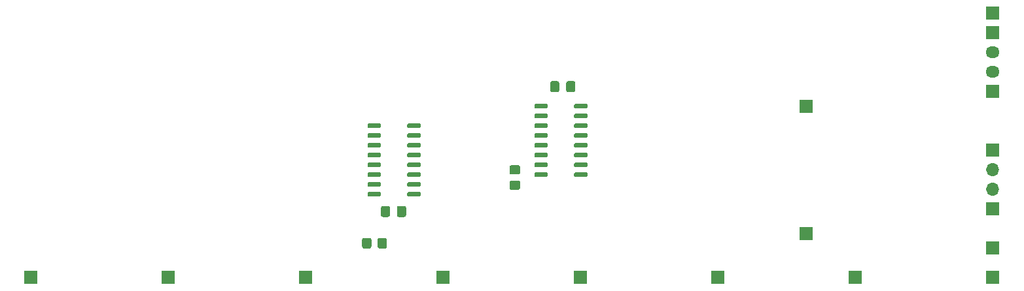
<source format=gbr>
%TF.GenerationSoftware,KiCad,Pcbnew,(5.1.8)-1*%
%TF.CreationDate,2025-07-04T22:22:32+03:00*%
%TF.ProjectId,MUX8x1-1bit,4d555838-7831-42d3-9162-69742e6b6963,rev?*%
%TF.SameCoordinates,Original*%
%TF.FileFunction,Soldermask,Top*%
%TF.FilePolarity,Negative*%
%FSLAX46Y46*%
G04 Gerber Fmt 4.6, Leading zero omitted, Abs format (unit mm)*
G04 Created by KiCad (PCBNEW (5.1.8)-1) date 2025-07-04 22:22:32*
%MOMM*%
%LPD*%
G01*
G04 APERTURE LIST*
%ADD10R,1.700000X1.700000*%
%ADD11O,1.800000X1.500000*%
%ADD12O,1.700000X1.700000*%
G04 APERTURE END LIST*
%TO.C,R2*%
G36*
G01*
X79940999Y-43310000D02*
X80841001Y-43310000D01*
G75*
G02*
X81091000Y-43559999I0J-249999D01*
G01*
X81091000Y-44260001D01*
G75*
G02*
X80841001Y-44510000I-249999J0D01*
G01*
X79940999Y-44510000D01*
G75*
G02*
X79691000Y-44260001I0J249999D01*
G01*
X79691000Y-43559999D01*
G75*
G02*
X79940999Y-43310000I249999J0D01*
G01*
G37*
G36*
G01*
X79940999Y-41310000D02*
X80841001Y-41310000D01*
G75*
G02*
X81091000Y-41559999I0J-249999D01*
G01*
X81091000Y-42260001D01*
G75*
G02*
X80841001Y-42510000I-249999J0D01*
G01*
X79940999Y-42510000D01*
G75*
G02*
X79691000Y-42260001I0J249999D01*
G01*
X79691000Y-41559999D01*
G75*
G02*
X79940999Y-41310000I249999J0D01*
G01*
G37*
%TD*%
%TO.C,R1*%
G36*
G01*
X62630000Y-51885001D02*
X62630000Y-50984999D01*
G75*
G02*
X62879999Y-50735000I249999J0D01*
G01*
X63580001Y-50735000D01*
G75*
G02*
X63830000Y-50984999I0J-249999D01*
G01*
X63830000Y-51885001D01*
G75*
G02*
X63580001Y-52135000I-249999J0D01*
G01*
X62879999Y-52135000D01*
G75*
G02*
X62630000Y-51885001I0J249999D01*
G01*
G37*
G36*
G01*
X60630000Y-51885001D02*
X60630000Y-50984999D01*
G75*
G02*
X60879999Y-50735000I249999J0D01*
G01*
X61580001Y-50735000D01*
G75*
G02*
X61830000Y-50984999I0J-249999D01*
G01*
X61830000Y-51885001D01*
G75*
G02*
X61580001Y-52135000I-249999J0D01*
G01*
X60879999Y-52135000D01*
G75*
G02*
X60630000Y-51885001I0J249999D01*
G01*
G37*
%TD*%
D10*
%TO.C,J16*%
X142240000Y-52070000D03*
%TD*%
%TO.C,J15*%
X142240000Y-21590000D03*
%TD*%
%TO.C,U2*%
G36*
G01*
X88060000Y-33805000D02*
X88060000Y-33505000D01*
G75*
G02*
X88210000Y-33355000I150000J0D01*
G01*
X89660000Y-33355000D01*
G75*
G02*
X89810000Y-33505000I0J-150000D01*
G01*
X89810000Y-33805000D01*
G75*
G02*
X89660000Y-33955000I-150000J0D01*
G01*
X88210000Y-33955000D01*
G75*
G02*
X88060000Y-33805000I0J150000D01*
G01*
G37*
G36*
G01*
X88060000Y-35075000D02*
X88060000Y-34775000D01*
G75*
G02*
X88210000Y-34625000I150000J0D01*
G01*
X89660000Y-34625000D01*
G75*
G02*
X89810000Y-34775000I0J-150000D01*
G01*
X89810000Y-35075000D01*
G75*
G02*
X89660000Y-35225000I-150000J0D01*
G01*
X88210000Y-35225000D01*
G75*
G02*
X88060000Y-35075000I0J150000D01*
G01*
G37*
G36*
G01*
X88060000Y-36345000D02*
X88060000Y-36045000D01*
G75*
G02*
X88210000Y-35895000I150000J0D01*
G01*
X89660000Y-35895000D01*
G75*
G02*
X89810000Y-36045000I0J-150000D01*
G01*
X89810000Y-36345000D01*
G75*
G02*
X89660000Y-36495000I-150000J0D01*
G01*
X88210000Y-36495000D01*
G75*
G02*
X88060000Y-36345000I0J150000D01*
G01*
G37*
G36*
G01*
X88060000Y-37615000D02*
X88060000Y-37315000D01*
G75*
G02*
X88210000Y-37165000I150000J0D01*
G01*
X89660000Y-37165000D01*
G75*
G02*
X89810000Y-37315000I0J-150000D01*
G01*
X89810000Y-37615000D01*
G75*
G02*
X89660000Y-37765000I-150000J0D01*
G01*
X88210000Y-37765000D01*
G75*
G02*
X88060000Y-37615000I0J150000D01*
G01*
G37*
G36*
G01*
X88060000Y-38885000D02*
X88060000Y-38585000D01*
G75*
G02*
X88210000Y-38435000I150000J0D01*
G01*
X89660000Y-38435000D01*
G75*
G02*
X89810000Y-38585000I0J-150000D01*
G01*
X89810000Y-38885000D01*
G75*
G02*
X89660000Y-39035000I-150000J0D01*
G01*
X88210000Y-39035000D01*
G75*
G02*
X88060000Y-38885000I0J150000D01*
G01*
G37*
G36*
G01*
X88060000Y-40155000D02*
X88060000Y-39855000D01*
G75*
G02*
X88210000Y-39705000I150000J0D01*
G01*
X89660000Y-39705000D01*
G75*
G02*
X89810000Y-39855000I0J-150000D01*
G01*
X89810000Y-40155000D01*
G75*
G02*
X89660000Y-40305000I-150000J0D01*
G01*
X88210000Y-40305000D01*
G75*
G02*
X88060000Y-40155000I0J150000D01*
G01*
G37*
G36*
G01*
X88060000Y-41425000D02*
X88060000Y-41125000D01*
G75*
G02*
X88210000Y-40975000I150000J0D01*
G01*
X89660000Y-40975000D01*
G75*
G02*
X89810000Y-41125000I0J-150000D01*
G01*
X89810000Y-41425000D01*
G75*
G02*
X89660000Y-41575000I-150000J0D01*
G01*
X88210000Y-41575000D01*
G75*
G02*
X88060000Y-41425000I0J150000D01*
G01*
G37*
G36*
G01*
X88060000Y-42695000D02*
X88060000Y-42395000D01*
G75*
G02*
X88210000Y-42245000I150000J0D01*
G01*
X89660000Y-42245000D01*
G75*
G02*
X89810000Y-42395000I0J-150000D01*
G01*
X89810000Y-42695000D01*
G75*
G02*
X89660000Y-42845000I-150000J0D01*
G01*
X88210000Y-42845000D01*
G75*
G02*
X88060000Y-42695000I0J150000D01*
G01*
G37*
G36*
G01*
X82910000Y-42695000D02*
X82910000Y-42395000D01*
G75*
G02*
X83060000Y-42245000I150000J0D01*
G01*
X84510000Y-42245000D01*
G75*
G02*
X84660000Y-42395000I0J-150000D01*
G01*
X84660000Y-42695000D01*
G75*
G02*
X84510000Y-42845000I-150000J0D01*
G01*
X83060000Y-42845000D01*
G75*
G02*
X82910000Y-42695000I0J150000D01*
G01*
G37*
G36*
G01*
X82910000Y-41425000D02*
X82910000Y-41125000D01*
G75*
G02*
X83060000Y-40975000I150000J0D01*
G01*
X84510000Y-40975000D01*
G75*
G02*
X84660000Y-41125000I0J-150000D01*
G01*
X84660000Y-41425000D01*
G75*
G02*
X84510000Y-41575000I-150000J0D01*
G01*
X83060000Y-41575000D01*
G75*
G02*
X82910000Y-41425000I0J150000D01*
G01*
G37*
G36*
G01*
X82910000Y-40155000D02*
X82910000Y-39855000D01*
G75*
G02*
X83060000Y-39705000I150000J0D01*
G01*
X84510000Y-39705000D01*
G75*
G02*
X84660000Y-39855000I0J-150000D01*
G01*
X84660000Y-40155000D01*
G75*
G02*
X84510000Y-40305000I-150000J0D01*
G01*
X83060000Y-40305000D01*
G75*
G02*
X82910000Y-40155000I0J150000D01*
G01*
G37*
G36*
G01*
X82910000Y-38885000D02*
X82910000Y-38585000D01*
G75*
G02*
X83060000Y-38435000I150000J0D01*
G01*
X84510000Y-38435000D01*
G75*
G02*
X84660000Y-38585000I0J-150000D01*
G01*
X84660000Y-38885000D01*
G75*
G02*
X84510000Y-39035000I-150000J0D01*
G01*
X83060000Y-39035000D01*
G75*
G02*
X82910000Y-38885000I0J150000D01*
G01*
G37*
G36*
G01*
X82910000Y-37615000D02*
X82910000Y-37315000D01*
G75*
G02*
X83060000Y-37165000I150000J0D01*
G01*
X84510000Y-37165000D01*
G75*
G02*
X84660000Y-37315000I0J-150000D01*
G01*
X84660000Y-37615000D01*
G75*
G02*
X84510000Y-37765000I-150000J0D01*
G01*
X83060000Y-37765000D01*
G75*
G02*
X82910000Y-37615000I0J150000D01*
G01*
G37*
G36*
G01*
X82910000Y-36345000D02*
X82910000Y-36045000D01*
G75*
G02*
X83060000Y-35895000I150000J0D01*
G01*
X84510000Y-35895000D01*
G75*
G02*
X84660000Y-36045000I0J-150000D01*
G01*
X84660000Y-36345000D01*
G75*
G02*
X84510000Y-36495000I-150000J0D01*
G01*
X83060000Y-36495000D01*
G75*
G02*
X82910000Y-36345000I0J150000D01*
G01*
G37*
G36*
G01*
X82910000Y-35075000D02*
X82910000Y-34775000D01*
G75*
G02*
X83060000Y-34625000I150000J0D01*
G01*
X84510000Y-34625000D01*
G75*
G02*
X84660000Y-34775000I0J-150000D01*
G01*
X84660000Y-35075000D01*
G75*
G02*
X84510000Y-35225000I-150000J0D01*
G01*
X83060000Y-35225000D01*
G75*
G02*
X82910000Y-35075000I0J150000D01*
G01*
G37*
G36*
G01*
X82910000Y-33805000D02*
X82910000Y-33505000D01*
G75*
G02*
X83060000Y-33355000I150000J0D01*
G01*
X84510000Y-33355000D01*
G75*
G02*
X84660000Y-33505000I0J-150000D01*
G01*
X84660000Y-33805000D01*
G75*
G02*
X84510000Y-33955000I-150000J0D01*
G01*
X83060000Y-33955000D01*
G75*
G02*
X82910000Y-33805000I0J150000D01*
G01*
G37*
%TD*%
%TO.C,U1*%
G36*
G01*
X66470000Y-36345000D02*
X66470000Y-36045000D01*
G75*
G02*
X66620000Y-35895000I150000J0D01*
G01*
X68070000Y-35895000D01*
G75*
G02*
X68220000Y-36045000I0J-150000D01*
G01*
X68220000Y-36345000D01*
G75*
G02*
X68070000Y-36495000I-150000J0D01*
G01*
X66620000Y-36495000D01*
G75*
G02*
X66470000Y-36345000I0J150000D01*
G01*
G37*
G36*
G01*
X66470000Y-37615000D02*
X66470000Y-37315000D01*
G75*
G02*
X66620000Y-37165000I150000J0D01*
G01*
X68070000Y-37165000D01*
G75*
G02*
X68220000Y-37315000I0J-150000D01*
G01*
X68220000Y-37615000D01*
G75*
G02*
X68070000Y-37765000I-150000J0D01*
G01*
X66620000Y-37765000D01*
G75*
G02*
X66470000Y-37615000I0J150000D01*
G01*
G37*
G36*
G01*
X66470000Y-38885000D02*
X66470000Y-38585000D01*
G75*
G02*
X66620000Y-38435000I150000J0D01*
G01*
X68070000Y-38435000D01*
G75*
G02*
X68220000Y-38585000I0J-150000D01*
G01*
X68220000Y-38885000D01*
G75*
G02*
X68070000Y-39035000I-150000J0D01*
G01*
X66620000Y-39035000D01*
G75*
G02*
X66470000Y-38885000I0J150000D01*
G01*
G37*
G36*
G01*
X66470000Y-40155000D02*
X66470000Y-39855000D01*
G75*
G02*
X66620000Y-39705000I150000J0D01*
G01*
X68070000Y-39705000D01*
G75*
G02*
X68220000Y-39855000I0J-150000D01*
G01*
X68220000Y-40155000D01*
G75*
G02*
X68070000Y-40305000I-150000J0D01*
G01*
X66620000Y-40305000D01*
G75*
G02*
X66470000Y-40155000I0J150000D01*
G01*
G37*
G36*
G01*
X66470000Y-41425000D02*
X66470000Y-41125000D01*
G75*
G02*
X66620000Y-40975000I150000J0D01*
G01*
X68070000Y-40975000D01*
G75*
G02*
X68220000Y-41125000I0J-150000D01*
G01*
X68220000Y-41425000D01*
G75*
G02*
X68070000Y-41575000I-150000J0D01*
G01*
X66620000Y-41575000D01*
G75*
G02*
X66470000Y-41425000I0J150000D01*
G01*
G37*
G36*
G01*
X66470000Y-42695000D02*
X66470000Y-42395000D01*
G75*
G02*
X66620000Y-42245000I150000J0D01*
G01*
X68070000Y-42245000D01*
G75*
G02*
X68220000Y-42395000I0J-150000D01*
G01*
X68220000Y-42695000D01*
G75*
G02*
X68070000Y-42845000I-150000J0D01*
G01*
X66620000Y-42845000D01*
G75*
G02*
X66470000Y-42695000I0J150000D01*
G01*
G37*
G36*
G01*
X66470000Y-43965000D02*
X66470000Y-43665000D01*
G75*
G02*
X66620000Y-43515000I150000J0D01*
G01*
X68070000Y-43515000D01*
G75*
G02*
X68220000Y-43665000I0J-150000D01*
G01*
X68220000Y-43965000D01*
G75*
G02*
X68070000Y-44115000I-150000J0D01*
G01*
X66620000Y-44115000D01*
G75*
G02*
X66470000Y-43965000I0J150000D01*
G01*
G37*
G36*
G01*
X66470000Y-45235000D02*
X66470000Y-44935000D01*
G75*
G02*
X66620000Y-44785000I150000J0D01*
G01*
X68070000Y-44785000D01*
G75*
G02*
X68220000Y-44935000I0J-150000D01*
G01*
X68220000Y-45235000D01*
G75*
G02*
X68070000Y-45385000I-150000J0D01*
G01*
X66620000Y-45385000D01*
G75*
G02*
X66470000Y-45235000I0J150000D01*
G01*
G37*
G36*
G01*
X61320000Y-45235000D02*
X61320000Y-44935000D01*
G75*
G02*
X61470000Y-44785000I150000J0D01*
G01*
X62920000Y-44785000D01*
G75*
G02*
X63070000Y-44935000I0J-150000D01*
G01*
X63070000Y-45235000D01*
G75*
G02*
X62920000Y-45385000I-150000J0D01*
G01*
X61470000Y-45385000D01*
G75*
G02*
X61320000Y-45235000I0J150000D01*
G01*
G37*
G36*
G01*
X61320000Y-43965000D02*
X61320000Y-43665000D01*
G75*
G02*
X61470000Y-43515000I150000J0D01*
G01*
X62920000Y-43515000D01*
G75*
G02*
X63070000Y-43665000I0J-150000D01*
G01*
X63070000Y-43965000D01*
G75*
G02*
X62920000Y-44115000I-150000J0D01*
G01*
X61470000Y-44115000D01*
G75*
G02*
X61320000Y-43965000I0J150000D01*
G01*
G37*
G36*
G01*
X61320000Y-42695000D02*
X61320000Y-42395000D01*
G75*
G02*
X61470000Y-42245000I150000J0D01*
G01*
X62920000Y-42245000D01*
G75*
G02*
X63070000Y-42395000I0J-150000D01*
G01*
X63070000Y-42695000D01*
G75*
G02*
X62920000Y-42845000I-150000J0D01*
G01*
X61470000Y-42845000D01*
G75*
G02*
X61320000Y-42695000I0J150000D01*
G01*
G37*
G36*
G01*
X61320000Y-41425000D02*
X61320000Y-41125000D01*
G75*
G02*
X61470000Y-40975000I150000J0D01*
G01*
X62920000Y-40975000D01*
G75*
G02*
X63070000Y-41125000I0J-150000D01*
G01*
X63070000Y-41425000D01*
G75*
G02*
X62920000Y-41575000I-150000J0D01*
G01*
X61470000Y-41575000D01*
G75*
G02*
X61320000Y-41425000I0J150000D01*
G01*
G37*
G36*
G01*
X61320000Y-40155000D02*
X61320000Y-39855000D01*
G75*
G02*
X61470000Y-39705000I150000J0D01*
G01*
X62920000Y-39705000D01*
G75*
G02*
X63070000Y-39855000I0J-150000D01*
G01*
X63070000Y-40155000D01*
G75*
G02*
X62920000Y-40305000I-150000J0D01*
G01*
X61470000Y-40305000D01*
G75*
G02*
X61320000Y-40155000I0J150000D01*
G01*
G37*
G36*
G01*
X61320000Y-38885000D02*
X61320000Y-38585000D01*
G75*
G02*
X61470000Y-38435000I150000J0D01*
G01*
X62920000Y-38435000D01*
G75*
G02*
X63070000Y-38585000I0J-150000D01*
G01*
X63070000Y-38885000D01*
G75*
G02*
X62920000Y-39035000I-150000J0D01*
G01*
X61470000Y-39035000D01*
G75*
G02*
X61320000Y-38885000I0J150000D01*
G01*
G37*
G36*
G01*
X61320000Y-37615000D02*
X61320000Y-37315000D01*
G75*
G02*
X61470000Y-37165000I150000J0D01*
G01*
X62920000Y-37165000D01*
G75*
G02*
X63070000Y-37315000I0J-150000D01*
G01*
X63070000Y-37615000D01*
G75*
G02*
X62920000Y-37765000I-150000J0D01*
G01*
X61470000Y-37765000D01*
G75*
G02*
X61320000Y-37615000I0J150000D01*
G01*
G37*
G36*
G01*
X61320000Y-36345000D02*
X61320000Y-36045000D01*
G75*
G02*
X61470000Y-35895000I150000J0D01*
G01*
X62920000Y-35895000D01*
G75*
G02*
X63070000Y-36045000I0J-150000D01*
G01*
X63070000Y-36345000D01*
G75*
G02*
X62920000Y-36495000I-150000J0D01*
G01*
X61470000Y-36495000D01*
G75*
G02*
X61320000Y-36345000I0J150000D01*
G01*
G37*
%TD*%
%TO.C,J14*%
X118110000Y-33655000D03*
%TD*%
%TO.C,J13*%
X142240000Y-31750000D03*
%TD*%
D11*
%TO.C,J12*%
X142240000Y-29210000D03*
X142240000Y-26670000D03*
D10*
X142240000Y-24130000D03*
%TD*%
%TO.C,J11*%
X118110000Y-50165000D03*
%TD*%
%TO.C,J10*%
X142240000Y-46990000D03*
%TD*%
D12*
%TO.C,J9*%
X142240000Y-44450000D03*
X142240000Y-41910000D03*
D10*
X142240000Y-39370000D03*
%TD*%
%TO.C,J8*%
X142240000Y-55880000D03*
%TD*%
%TO.C,J7*%
X124460000Y-55880000D03*
%TD*%
%TO.C,J6*%
X106680000Y-55880000D03*
%TD*%
%TO.C,J5*%
X88900000Y-55880000D03*
%TD*%
%TO.C,J4*%
X71120000Y-55880000D03*
%TD*%
%TO.C,J3*%
X53340000Y-55880000D03*
%TD*%
%TO.C,J2*%
X35560000Y-55880000D03*
%TD*%
%TO.C,J1*%
X17780000Y-55880000D03*
%TD*%
%TO.C,C2*%
G36*
G01*
X86142500Y-30640000D02*
X86142500Y-31590000D01*
G75*
G02*
X85892500Y-31840000I-250000J0D01*
G01*
X85217500Y-31840000D01*
G75*
G02*
X84967500Y-31590000I0J250000D01*
G01*
X84967500Y-30640000D01*
G75*
G02*
X85217500Y-30390000I250000J0D01*
G01*
X85892500Y-30390000D01*
G75*
G02*
X86142500Y-30640000I0J-250000D01*
G01*
G37*
G36*
G01*
X88217500Y-30640000D02*
X88217500Y-31590000D01*
G75*
G02*
X87967500Y-31840000I-250000J0D01*
G01*
X87292500Y-31840000D01*
G75*
G02*
X87042500Y-31590000I0J250000D01*
G01*
X87042500Y-30640000D01*
G75*
G02*
X87292500Y-30390000I250000J0D01*
G01*
X87967500Y-30390000D01*
G75*
G02*
X88217500Y-30640000I0J-250000D01*
G01*
G37*
%TD*%
%TO.C,C1*%
G36*
G01*
X64235000Y-46832500D02*
X64235000Y-47782500D01*
G75*
G02*
X63985000Y-48032500I-250000J0D01*
G01*
X63310000Y-48032500D01*
G75*
G02*
X63060000Y-47782500I0J250000D01*
G01*
X63060000Y-46832500D01*
G75*
G02*
X63310000Y-46582500I250000J0D01*
G01*
X63985000Y-46582500D01*
G75*
G02*
X64235000Y-46832500I0J-250000D01*
G01*
G37*
G36*
G01*
X66310000Y-46832500D02*
X66310000Y-47782500D01*
G75*
G02*
X66060000Y-48032500I-250000J0D01*
G01*
X65385000Y-48032500D01*
G75*
G02*
X65135000Y-47782500I0J250000D01*
G01*
X65135000Y-46832500D01*
G75*
G02*
X65385000Y-46582500I250000J0D01*
G01*
X66060000Y-46582500D01*
G75*
G02*
X66310000Y-46832500I0J-250000D01*
G01*
G37*
%TD*%
M02*

</source>
